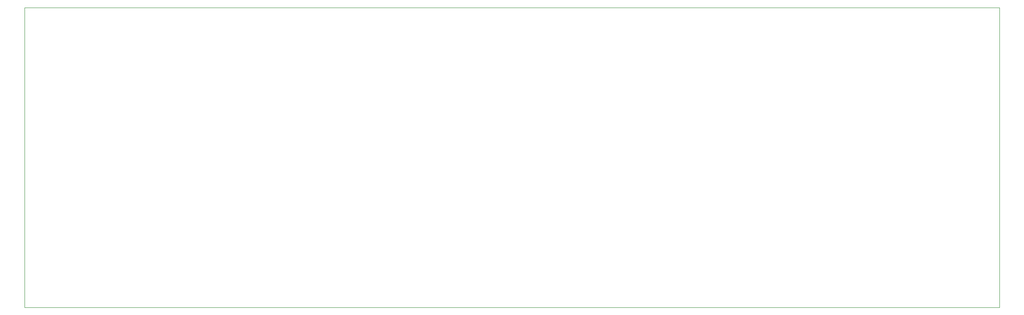
<source format=gbr>
G04 #@! TF.GenerationSoftware,KiCad,Pcbnew,(5.1.2-1)-1*
G04 #@! TF.CreationDate,2021-04-25T16:26:51+08:00*
G04 #@! TF.ProjectId,ESP32-Clock,45535033-322d-4436-9c6f-636b2e6b6963,rev?*
G04 #@! TF.SameCoordinates,Original*
G04 #@! TF.FileFunction,Profile,NP*
%FSLAX46Y46*%
G04 Gerber Fmt 4.6, Leading zero omitted, Abs format (unit mm)*
G04 Created by KiCad (PCBNEW (5.1.2-1)-1) date 2021-04-25 16:26:51*
%MOMM*%
%LPD*%
G04 APERTURE LIST*
%ADD10C,0.050000*%
G04 APERTURE END LIST*
D10*
X50000000Y-86000000D02*
X50000000Y-146000000D01*
X50000000Y-86000000D02*
X245000000Y-86000000D01*
X245000000Y-146000000D02*
X245000000Y-86000000D01*
X50000000Y-146000000D02*
X245000000Y-146000000D01*
M02*

</source>
